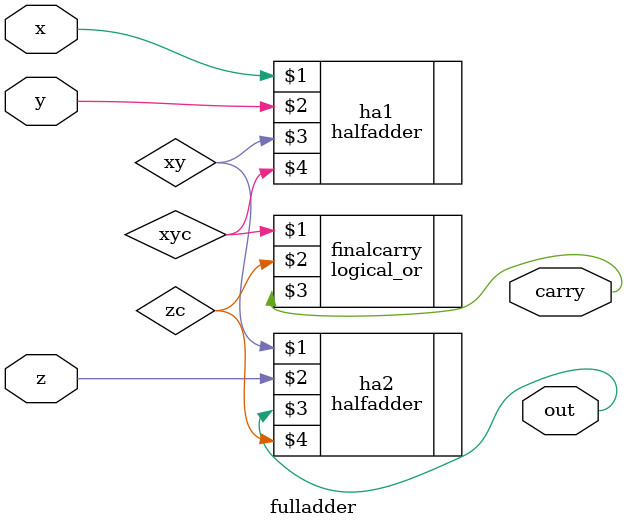
<source format=v>
module fulladder (
    input x, y, z,
    output out, carry
);

wire xy, xyc, zc;

halfadder ha1(x, y, xy, xyc);
halfadder ha2(xy, z, out, zc);
logical_or finalcarry(xyc, zc, carry);

endmodule

</source>
